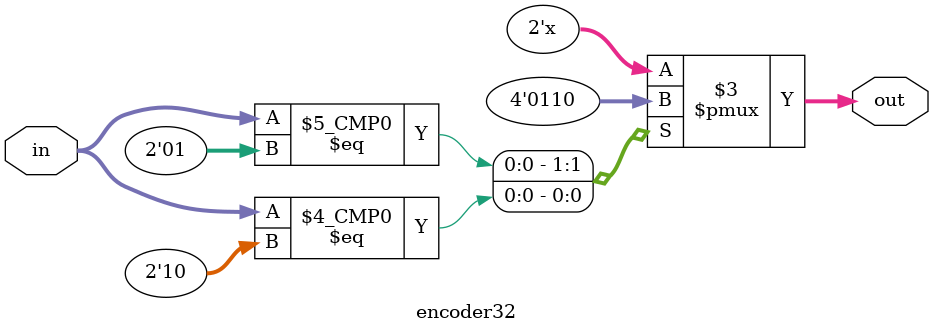
<source format=v>
module encoder32 (input [1:0] in, output reg [1:0] out);

    always @* begin
        case(in)
            2'b01: out = 2'b01;
            2'b10: out = 2'b10;
        endcase
    end

endmodule

</source>
